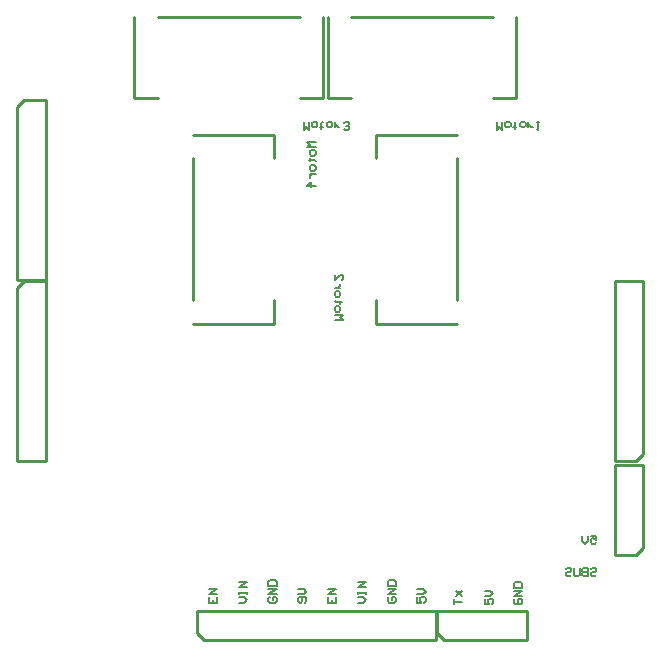
<source format=gbo>
G04*
G04 #@! TF.GenerationSoftware,Altium Limited,Altium Designer,18.1.9 (240)*
G04*
G04 Layer_Color=32896*
%FSLAX25Y25*%
%MOIN*%
G70*
G01*
G75*
%ADD13C,0.01000*%
%ADD20C,0.00591*%
D13*
X385876Y326350D02*
X388238Y328712D01*
X385876Y268869D02*
Y326350D01*
X395324Y268869D02*
Y328712D01*
X385876Y268869D02*
X395324D01*
X388238Y328712D02*
X390600D01*
X395324D01*
X528280Y148876D02*
X555839D01*
X525918Y151238D02*
Y158324D01*
X555839D01*
X525918Y151238D02*
X528280Y148876D01*
X555839D02*
Y158324D01*
X585076Y208488D02*
X589800D01*
X592162D01*
X585076Y268331D02*
X594524D01*
X585076Y208488D02*
Y268331D01*
X594524Y210850D02*
Y268331D01*
X592162Y208488D02*
X594524Y210850D01*
X489300Y329372D02*
Y356537D01*
X544418Y329372D02*
X552292D01*
Y356537D01*
X497174D02*
X544418D01*
X489300Y329372D02*
X497174D01*
X424952D02*
Y356537D01*
X480070Y329372D02*
X487944D01*
Y356537D01*
X432826D02*
X480070D01*
X424952Y329372D02*
X432826D01*
X445876Y158324D02*
X525403D01*
X445876Y151238D02*
X448238Y148876D01*
X449025D01*
X525403D02*
Y158324D01*
X445876Y151238D02*
Y158324D01*
X449025Y148876D02*
X525403D01*
X505334Y309376D02*
Y317250D01*
X532499Y262132D02*
Y309376D01*
X505334Y254257D02*
X532499D01*
X505334D02*
Y262132D01*
Y317250D02*
X532499D01*
X471466Y254257D02*
Y262132D01*
X444301D02*
Y309376D01*
Y317250D02*
X471466D01*
Y309376D02*
Y317250D01*
X444301Y254257D02*
X471466D01*
X385876Y266050D02*
X388238Y268412D01*
X385876Y208569D02*
Y266050D01*
X395324Y208569D02*
Y268412D01*
X385876Y208569D02*
X395324D01*
X388238Y268412D02*
X390600D01*
X395324D01*
X585076Y207197D02*
X594524D01*
X592162Y177276D02*
X594524Y179638D01*
X585076Y177276D02*
Y207197D01*
Y177276D02*
X592162D01*
X594524Y179638D02*
Y207197D01*
D20*
X577002Y172396D02*
X577462Y172855D01*
X578380D01*
X578839Y172396D01*
Y171937D01*
X578380Y171477D01*
X577462D01*
X577002Y171018D01*
Y170559D01*
X577462Y170100D01*
X578380D01*
X578839Y170559D01*
X576084Y172855D02*
Y170100D01*
X574707D01*
X574248Y170559D01*
Y171018D01*
X574707Y171477D01*
X576084D01*
X574707D01*
X574248Y171937D01*
Y172396D01*
X574707Y172855D01*
X576084D01*
X573329D02*
Y170559D01*
X572870Y170100D01*
X571952D01*
X571492Y170559D01*
Y172855D01*
X568737Y172396D02*
X569197Y172855D01*
X570115D01*
X570574Y172396D01*
Y171937D01*
X570115Y171477D01*
X569197D01*
X568737Y171018D01*
Y170559D01*
X569197Y170100D01*
X570115D01*
X570574Y170559D01*
X577002Y183655D02*
X578839D01*
Y182278D01*
X577921Y182737D01*
X577462D01*
X577002Y182278D01*
Y181359D01*
X577462Y180900D01*
X578380D01*
X578839Y181359D01*
X576084Y183655D02*
Y181818D01*
X575166Y180900D01*
X574248Y181818D01*
Y183655D01*
X531345Y160714D02*
Y162551D01*
Y161632D01*
X534100D01*
X532263Y163469D02*
X534100Y165306D01*
X533182Y164387D01*
X532263Y165306D01*
X534100Y163469D01*
X541745Y162551D02*
Y160714D01*
X543122D01*
X542663Y161632D01*
Y162091D01*
X543122Y162551D01*
X544041D01*
X544500Y162091D01*
Y161173D01*
X544041Y160714D01*
X541745Y163469D02*
X543582D01*
X544500Y164387D01*
X543582Y165306D01*
X541745D01*
X551804Y162551D02*
X551345Y162091D01*
Y161173D01*
X551804Y160714D01*
X553641D01*
X554100Y161173D01*
Y162091D01*
X553641Y162551D01*
X552723D01*
Y161632D01*
X554100Y163469D02*
X551345D01*
X554100Y165306D01*
X551345D01*
Y166224D02*
X554100D01*
Y167602D01*
X553641Y168061D01*
X551804D01*
X551345Y167602D01*
Y166224D01*
X481820Y161314D02*
X482279Y161773D01*
Y162691D01*
X481820Y163151D01*
X479984D01*
X479524Y162691D01*
Y161773D01*
X479984Y161314D01*
X480443D01*
X480902Y161773D01*
Y163151D01*
X479524Y164069D02*
X481361D01*
X482279Y164987D01*
X481361Y165906D01*
X479524D01*
X509774Y163151D02*
X509315Y162691D01*
Y161773D01*
X509774Y161314D01*
X511611D01*
X512070Y161773D01*
Y162691D01*
X511611Y163151D01*
X510692D01*
Y162232D01*
X512070Y164069D02*
X509315D01*
X512070Y165906D01*
X509315D01*
Y166824D02*
X512070D01*
Y168201D01*
X511611Y168661D01*
X509774D01*
X509315Y168201D01*
Y166824D01*
X499385Y161314D02*
X501221D01*
X502140Y162232D01*
X501221Y163151D01*
X499385D01*
Y164069D02*
Y164987D01*
Y164528D01*
X502140D01*
Y164069D01*
Y164987D01*
Y166365D02*
X499385D01*
X502140Y168201D01*
X499385D01*
X489455Y163151D02*
Y161314D01*
X492209D01*
Y163151D01*
X490832Y161314D02*
Y162232D01*
X492209Y164069D02*
X489455D01*
X492209Y165906D01*
X489455D01*
X449734Y163151D02*
Y161314D01*
X452489D01*
Y163151D01*
X451112Y161314D02*
Y162232D01*
X452489Y164069D02*
X449734D01*
X452489Y165906D01*
X449734D01*
X459664Y161314D02*
X461501D01*
X462419Y162232D01*
X461501Y163151D01*
X459664D01*
Y164069D02*
Y164987D01*
Y164528D01*
X462419D01*
Y164069D01*
Y164987D01*
Y166365D02*
X459664D01*
X462419Y168201D01*
X459664D01*
X470053Y163151D02*
X469594Y162691D01*
Y161773D01*
X470053Y161314D01*
X471890D01*
X472349Y161773D01*
Y162691D01*
X471890Y163151D01*
X470972D01*
Y162232D01*
X472349Y164069D02*
X469594D01*
X472349Y165906D01*
X469594D01*
Y166824D02*
X472349D01*
Y168201D01*
X471890Y168661D01*
X470053D01*
X469594Y168201D01*
Y166824D01*
X519245Y163151D02*
Y161314D01*
X520622D01*
X520163Y162232D01*
Y162691D01*
X520622Y163151D01*
X521541D01*
X522000Y162691D01*
Y161773D01*
X521541Y161314D01*
X519245Y164069D02*
X521082D01*
X522000Y164987D01*
X521082Y165906D01*
X519245D01*
X485305Y314884D02*
X482550D01*
X483468Y313966D01*
X482550Y313048D01*
X485305D01*
Y311670D02*
Y310752D01*
X484846Y310293D01*
X483927D01*
X483468Y310752D01*
Y311670D01*
X483927Y312129D01*
X484846D01*
X485305Y311670D01*
X483009Y308915D02*
X483468D01*
Y309374D01*
Y308456D01*
Y308915D01*
X484846D01*
X485305Y308456D01*
Y306619D02*
Y305701D01*
X484846Y305242D01*
X483927D01*
X483468Y305701D01*
Y306619D01*
X483927Y307078D01*
X484846D01*
X485305Y306619D01*
X483468Y304323D02*
X485305D01*
X484387D01*
X483927Y303864D01*
X483468Y303405D01*
Y302946D01*
X485305Y300191D02*
X482550D01*
X483927Y301568D01*
Y299732D01*
X481317Y321600D02*
Y318845D01*
X482236Y319763D01*
X483154Y318845D01*
Y321600D01*
X484531D02*
X485450D01*
X485909Y321141D01*
Y320222D01*
X485450Y319763D01*
X484531D01*
X484072Y320222D01*
Y321141D01*
X484531Y321600D01*
X487287Y319304D02*
Y319763D01*
X486827D01*
X487746D01*
X487287D01*
Y321141D01*
X487746Y321600D01*
X489582D02*
X490501D01*
X490960Y321141D01*
Y320222D01*
X490501Y319763D01*
X489582D01*
X489123Y320222D01*
Y321141D01*
X489582Y321600D01*
X491878Y319763D02*
Y321600D01*
Y320682D01*
X492337Y320222D01*
X492797Y319763D01*
X493256D01*
X494633Y319304D02*
X495092Y318845D01*
X496011D01*
X496470Y319304D01*
Y319763D01*
X496011Y320222D01*
X495552D01*
X496011D01*
X496470Y320682D01*
Y321141D01*
X496011Y321600D01*
X495092D01*
X494633Y321141D01*
X491794Y255470D02*
X494549D01*
X493631Y256388D01*
X494549Y257307D01*
X491794D01*
Y258684D02*
Y259603D01*
X492253Y260062D01*
X493172D01*
X493631Y259603D01*
Y258684D01*
X493172Y258225D01*
X492253D01*
X491794Y258684D01*
X494090Y261439D02*
X493631D01*
Y260980D01*
Y261898D01*
Y261439D01*
X492253D01*
X491794Y261898D01*
Y263735D02*
Y264653D01*
X492253Y265113D01*
X493172D01*
X493631Y264653D01*
Y263735D01*
X493172Y263276D01*
X492253D01*
X491794Y263735D01*
X493631Y266031D02*
X491794D01*
X492713D01*
X493172Y266490D01*
X493631Y266949D01*
Y267408D01*
X491794Y270623D02*
Y268786D01*
X493631Y270623D01*
X494090D01*
X494549Y270163D01*
Y269245D01*
X494090Y268786D01*
X545713Y321606D02*
Y318851D01*
X546631Y319770D01*
X547549Y318851D01*
Y321606D01*
X548927D02*
X549845D01*
X550304Y321147D01*
Y320229D01*
X549845Y319770D01*
X548927D01*
X548468Y320229D01*
Y321147D01*
X548927Y321606D01*
X551682Y319310D02*
Y319770D01*
X551223D01*
X552141D01*
X551682D01*
Y321147D01*
X552141Y321606D01*
X553978D02*
X554896D01*
X555355Y321147D01*
Y320229D01*
X554896Y319770D01*
X553978D01*
X553518Y320229D01*
Y321147D01*
X553978Y321606D01*
X556274Y319770D02*
Y321606D01*
Y320688D01*
X556733Y320229D01*
X557192Y319770D01*
X557651D01*
X559028Y321606D02*
X559947D01*
X559488D01*
Y318851D01*
X559028Y319310D01*
M02*

</source>
